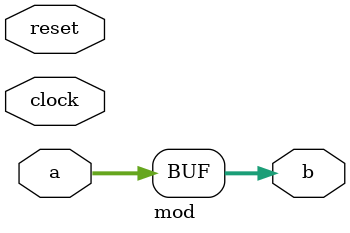
<source format=v>
module mod(clock,reset,a,b);
	input clock;
	input reset;

	input [11:0] a;
	output [11:0] b;
	assign b=a;
	endmodule

</source>
